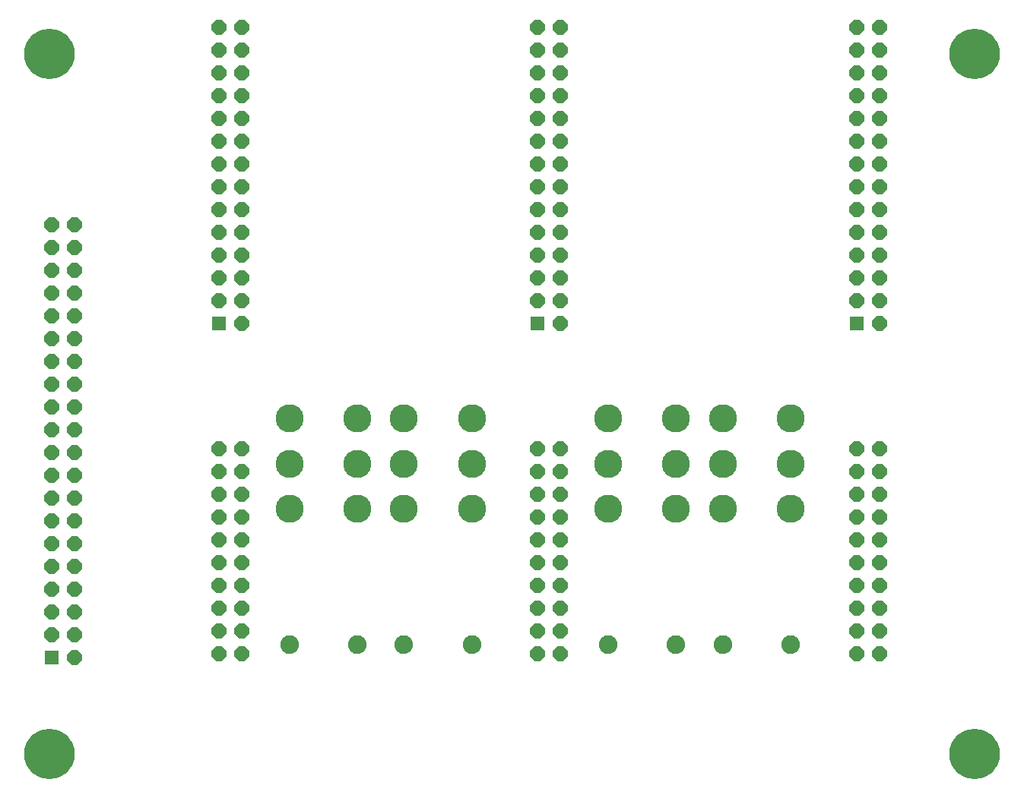
<source format=gbs>
G75*
%MOIN*%
%OFA0B0*%
%FSLAX25Y25*%
%IPPOS*%
%LPD*%
%AMOC8*
5,1,8,0,0,1.08239X$1,22.5*
%
%ADD10C,0.12311*%
%ADD11C,0.08177*%
%ADD12OC8,0.06406*%
%ADD13R,0.06406X0.06406*%
%ADD14C,0.22154*%
D10*
X0172752Y0143933D03*
X0172752Y0163776D03*
X0172752Y0183618D03*
X0202516Y0183618D03*
X0222949Y0183618D03*
X0222949Y0163776D03*
X0202516Y0163776D03*
X0202516Y0143933D03*
X0222949Y0143933D03*
X0252713Y0143933D03*
X0252713Y0163776D03*
X0252713Y0183618D03*
X0312516Y0183634D03*
X0312516Y0163791D03*
X0312516Y0143949D03*
X0342280Y0143949D03*
X0362713Y0143933D03*
X0362713Y0163776D03*
X0342280Y0163791D03*
X0342280Y0183634D03*
X0362713Y0183618D03*
X0392476Y0183618D03*
X0392476Y0163776D03*
X0392476Y0143933D03*
D11*
X0392476Y0084406D03*
X0362713Y0084406D03*
X0342280Y0084421D03*
X0312516Y0084421D03*
X0252713Y0084406D03*
X0222949Y0084406D03*
X0202516Y0084406D03*
X0172752Y0084406D03*
D12*
X0151807Y0080350D03*
X0141807Y0080350D03*
X0141807Y0090350D03*
X0151807Y0090350D03*
X0151807Y0100350D03*
X0141807Y0100350D03*
X0141807Y0110350D03*
X0151807Y0110350D03*
X0151807Y0120350D03*
X0141807Y0120350D03*
X0141807Y0130350D03*
X0151807Y0130350D03*
X0151807Y0140350D03*
X0141807Y0140350D03*
X0141807Y0150350D03*
X0151807Y0150350D03*
X0151807Y0160350D03*
X0141807Y0160350D03*
X0141807Y0170350D03*
X0151807Y0170350D03*
X0151807Y0225547D03*
X0151807Y0235547D03*
X0141807Y0235547D03*
X0141807Y0245547D03*
X0151807Y0245547D03*
X0151807Y0255547D03*
X0141807Y0255547D03*
X0141807Y0265547D03*
X0151807Y0265547D03*
X0151807Y0275547D03*
X0141807Y0275547D03*
X0141807Y0285547D03*
X0151807Y0285547D03*
X0151807Y0295547D03*
X0141807Y0295547D03*
X0141807Y0305547D03*
X0151807Y0305547D03*
X0151807Y0315547D03*
X0141807Y0315547D03*
X0141807Y0325547D03*
X0151807Y0325547D03*
X0151807Y0335547D03*
X0141807Y0335547D03*
X0141807Y0345547D03*
X0151807Y0345547D03*
X0151807Y0355547D03*
X0141807Y0355547D03*
X0078343Y0268776D03*
X0078343Y0258776D03*
X0068343Y0258776D03*
X0068343Y0268776D03*
X0068343Y0248776D03*
X0078343Y0248776D03*
X0078343Y0238776D03*
X0068343Y0238776D03*
X0068343Y0228776D03*
X0078343Y0228776D03*
X0078343Y0218776D03*
X0068343Y0218776D03*
X0068343Y0208776D03*
X0078343Y0208776D03*
X0078343Y0198776D03*
X0068343Y0198776D03*
X0068343Y0188776D03*
X0078343Y0188776D03*
X0078343Y0178776D03*
X0078343Y0168776D03*
X0068343Y0168776D03*
X0068343Y0178776D03*
X0068343Y0158776D03*
X0078343Y0158776D03*
X0078343Y0148776D03*
X0068343Y0148776D03*
X0068343Y0138776D03*
X0078343Y0138776D03*
X0078343Y0128776D03*
X0068343Y0128776D03*
X0068343Y0118776D03*
X0078343Y0118776D03*
X0078343Y0108776D03*
X0068343Y0108776D03*
X0068343Y0098776D03*
X0078343Y0098776D03*
X0078343Y0088776D03*
X0068343Y0088776D03*
X0078343Y0078776D03*
X0281571Y0080350D03*
X0291571Y0080350D03*
X0291571Y0090350D03*
X0281571Y0090350D03*
X0281571Y0100350D03*
X0291571Y0100350D03*
X0291571Y0110350D03*
X0281571Y0110350D03*
X0281571Y0120350D03*
X0291571Y0120350D03*
X0291571Y0130350D03*
X0281571Y0130350D03*
X0281571Y0140350D03*
X0291571Y0140350D03*
X0291571Y0150350D03*
X0281571Y0150350D03*
X0281571Y0160350D03*
X0291571Y0160350D03*
X0291571Y0170350D03*
X0281571Y0170350D03*
X0291571Y0225547D03*
X0291571Y0235547D03*
X0281571Y0235547D03*
X0281571Y0245547D03*
X0291571Y0245547D03*
X0291571Y0255547D03*
X0281571Y0255547D03*
X0281571Y0265547D03*
X0291571Y0265547D03*
X0291571Y0275547D03*
X0281571Y0275547D03*
X0281571Y0285547D03*
X0291571Y0285547D03*
X0291571Y0295547D03*
X0281571Y0295547D03*
X0281571Y0305547D03*
X0291571Y0305547D03*
X0291571Y0315547D03*
X0281571Y0315547D03*
X0281571Y0325547D03*
X0291571Y0325547D03*
X0291571Y0335547D03*
X0281571Y0335547D03*
X0281571Y0345547D03*
X0291571Y0345547D03*
X0291571Y0355547D03*
X0281571Y0355547D03*
X0421335Y0355547D03*
X0431335Y0355547D03*
X0431335Y0345547D03*
X0431335Y0335547D03*
X0421335Y0335547D03*
X0421335Y0345547D03*
X0421335Y0325547D03*
X0431335Y0325547D03*
X0431335Y0315547D03*
X0421335Y0315547D03*
X0421335Y0305547D03*
X0431335Y0305547D03*
X0431335Y0295547D03*
X0421335Y0295547D03*
X0421335Y0285547D03*
X0431335Y0285547D03*
X0431335Y0275547D03*
X0421335Y0275547D03*
X0421335Y0265547D03*
X0431335Y0265547D03*
X0431335Y0255547D03*
X0421335Y0255547D03*
X0421335Y0245547D03*
X0431335Y0245547D03*
X0431335Y0235547D03*
X0421335Y0235547D03*
X0431335Y0225547D03*
X0431335Y0170350D03*
X0431335Y0160350D03*
X0421335Y0160350D03*
X0421335Y0170350D03*
X0421335Y0150350D03*
X0421335Y0140350D03*
X0431335Y0140350D03*
X0431335Y0150350D03*
X0431335Y0130350D03*
X0431335Y0120350D03*
X0421335Y0120350D03*
X0421335Y0130350D03*
X0421335Y0110350D03*
X0421335Y0100350D03*
X0431335Y0100350D03*
X0431335Y0110350D03*
X0431335Y0090350D03*
X0431335Y0080350D03*
X0421335Y0080350D03*
X0421335Y0090350D03*
D13*
X0421335Y0225547D03*
X0281571Y0225547D03*
X0141807Y0225547D03*
X0068343Y0078776D03*
D14*
X0067555Y0036492D03*
X0067555Y0343579D03*
X0473067Y0343579D03*
X0473067Y0036492D03*
M02*

</source>
